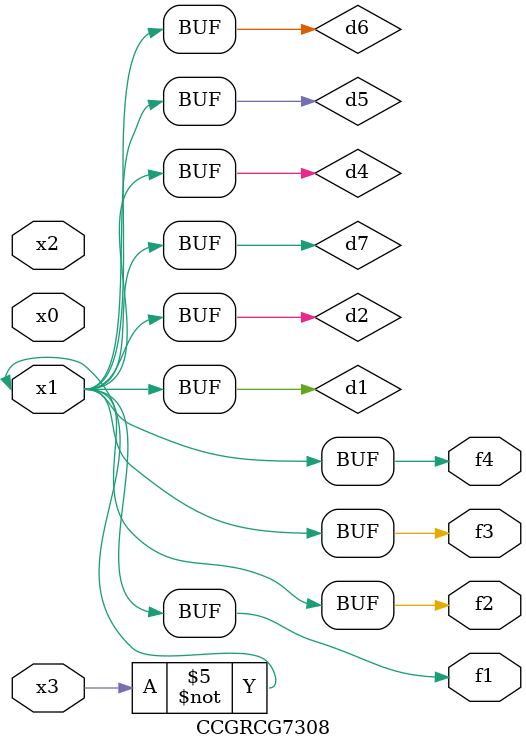
<source format=v>
module CCGRCG7308(
	input x0, x1, x2, x3,
	output f1, f2, f3, f4
);

	wire d1, d2, d3, d4, d5, d6, d7;

	not (d1, x3);
	buf (d2, x1);
	xnor (d3, d1, d2);
	nor (d4, d1);
	buf (d5, d1, d2);
	buf (d6, d4, d5);
	nand (d7, d4);
	assign f1 = d6;
	assign f2 = d7;
	assign f3 = d6;
	assign f4 = d6;
endmodule

</source>
